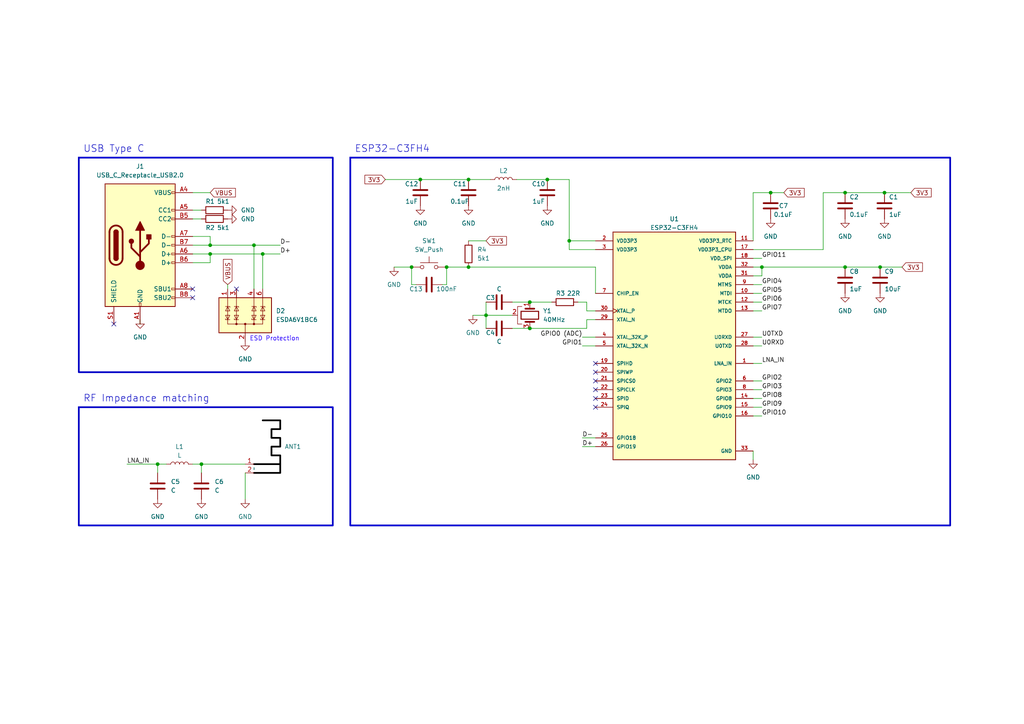
<source format=kicad_sch>
(kicad_sch (version 20230121) (generator eeschema)
  (paper "A4")
  (title_block (title "Microcontroller") (company "Jean-Christophe Gauthier"))
  (lib_symbols
    (symbol "Analog_Macropad_v02:2.6_GHz_Antenna"
      (property "Reference" "ANT" (at 0 5.08 0))
      (symbol "2.6_GHz_Antenna_1_1"
        (polyline (pts (xy -1.27 -3.81) (xy -1.27 3.81) (xy 1.27 3.81) (xy 1.27 -3.81) (xy 1.27 3.81) (xy 3.81 3.81) (xy 3.81 1.27) (xy 6.35 1.27) (xy 6.35 3.81) (xy 8.89 3.81) (xy 8.89 1.27) (xy 11.43 1.27) (xy 11.43 3.81) (xy 13.97 3.81) (xy 13.97 -1.27)) (stroke (width 0.5) (color 0 0 0 1)))
        (pin input line (at 1.27 -6.35 90) (length 2.54) (name "") (number "1"))
        (pin input line (at -1.27 -6.35 90) (length 2.54) (name "") (number "2"))
      )
    )
    (symbol "Analog_Macropad_v02:ESP32-C3FH4" (pin_names (offset 1.016))
      (property "Reference" "U" (at -17.78 33.782 0))
      (property "Value" "ESP32-C3FH4" (at -17.78 -33.782 0))
      (symbol "ESP32-C3FH4_0_0"
        (rectangle (start -17.78 33.02) (end 17.78 -33.02) (stroke (width 0.254)) (fill (type background)))
        (pin bidirectional line (at 22.86 -5.08 180) (length 5.08) (name "LNA_IN") (number "1"))
        (pin bidirectional line (at 22.86 15.24 180) (length 5.08) (name "MTDI") (number "10"))
        (pin power_in line (at 22.86 30.48 180) (length 5.08) (name "VDD3P3_RTC") (number "11"))
        (pin bidirectional line (at 22.86 12.7 180) (length 5.08) (name "MTCK") (number "12"))
        (pin bidirectional line (at 22.86 10.16 180) (length 5.08) (name "MTDO") (number "13"))
        (pin bidirectional line (at 22.86 -15.24 180) (length 5.08) (name "GPIO8") (number "14"))
        (pin bidirectional line (at 22.86 -17.78 180) (length 5.08) (name "GPIO9") (number "15"))
        (pin bidirectional line (at 22.86 -20.32 180) (length 5.08) (name "GPIO10") (number "16"))
        (pin power_in line (at 22.86 27.94 180) (length 5.08) (name "VDD3P3_CPU") (number "17"))
        (pin power_in line (at 22.86 25.4 180) (length 5.08) (name "VDD_SPI") (number "18"))
        (pin bidirectional line (at -22.86 -5.08 0) (length 5.08) (name "SPIHD") (number "19"))
        (pin power_in line (at -22.86 30.48 0) (length 5.08) (name "VDD3P3") (number "2"))
        (pin bidirectional line (at -22.86 -7.62 0) (length 5.08) (name "SPIWP") (number "20"))
        (pin bidirectional line (at -22.86 -10.16 0) (length 5.08) (name "SPICS0") (number "21"))
        (pin bidirectional line (at -22.86 -12.7 0) (length 5.08) (name "SPICLK") (number "22"))
        (pin bidirectional line (at -22.86 -15.24 0) (length 5.08) (name "SPID") (number "23"))
        (pin bidirectional line (at -22.86 -17.78 0) (length 5.08) (name "SPIQ") (number "24"))
        (pin bidirectional line (at -22.86 -26.67 0) (length 5.08) (name "GPIO18") (number "25"))
        (pin bidirectional line (at -22.86 -29.21 0) (length 5.08) (name "GPIO19") (number "26"))
        (pin bidirectional line (at 22.86 2.54 180) (length 5.08) (name "U0RXD") (number "27"))
        (pin bidirectional line (at 22.86 0 180) (length 5.08) (name "U0TXD") (number "28"))
        (pin output line (at -22.86 7.62 0) (length 5.08) (name "XTAL_N") (number "29"))
        (pin power_in line (at -22.86 27.94 0) (length 5.08) (name "VDD3P3") (number "3"))
        (pin input clock (at -22.86 10.16 0) (length 5.08) (name "XTAL_P") (number "30"))
        (pin power_in line (at 22.86 20.32 180) (length 5.08) (name "VDDA") (number "31"))
        (pin power_in line (at 22.86 22.86 180) (length 5.08) (name "VDDA") (number "32"))
        (pin power_in line (at 22.86 -30.48 180) (length 5.08) (name "GND") (number "33"))
        (pin bidirectional line (at -22.86 2.54 0) (length 5.08) (name "XTAL_32K_P") (number "4"))
        (pin bidirectional line (at -22.86 0 0) (length 5.08) (name "XTAL_32K_N") (number "5"))
        (pin bidirectional line (at 22.86 -10.16 180) (length 5.08) (name "GPIO2") (number "6"))
        (pin input line (at -22.86 15.24 0) (length 5.08) (name "CHIP_EN") (number "7"))
        (pin bidirectional line (at 22.86 -12.7 180) (length 5.08) (name "GPIO3") (number "8"))
        (pin bidirectional line (at 22.86 17.78 180) (length 5.08) (name "MTMS") (number "9"))
      )
    )
    (symbol "Connector:USB_C_Receptacle_USB2.0" (pin_names (offset 1.016))
      (property "Reference" "J" (at -10.16 19.05 0))
      (property "Value" "USB_C_Receptacle_USB2.0" (at 19.05 19.05 0))
      (symbol "USB_C_Receptacle_USB2.0_0_0"
        (rectangle (start -0.254 -17.78) (end 0.254 -16.764))
        (rectangle (start 10.16 -14.986) (end 9.144 -15.494))
        (rectangle (start 10.16 -12.446) (end 9.144 -12.954))
        (rectangle (start 10.16 -4.826) (end 9.144 -5.334))
        (rectangle (start 10.16 -2.286) (end 9.144 -2.794))
        (rectangle (start 10.16 0.254) (end 9.144 -0.254))
        (rectangle (start 10.16 2.794) (end 9.144 2.286))
        (rectangle (start 10.16 7.874) (end 9.144 7.366))
        (rectangle (start 10.16 10.414) (end 9.144 9.906))
        (rectangle (start 10.16 15.494) (end 9.144 14.986))
      )
      (symbol "USB_C_Receptacle_USB2.0_0_1"
        (rectangle (start -10.16 17.78) (end 10.16 -17.78) (stroke (width 0.254)) (fill (type background)))
        (arc (start -8.89 -3.81) (mid -6.985 -5.7067) (end -5.08 -3.81) (stroke (width 0.508)))
        (arc (start -7.62 -3.81) (mid -6.985 -4.4423) (end -6.35 -3.81) (stroke (width 0.254)))
        (arc (start -7.62 -3.81) (mid -6.985 -4.4423) (end -6.35 -3.81) (stroke (width 0.254)) (fill (type outline)))
        (rectangle (start -7.62 -3.81) (end -6.35 3.81) (stroke (width 0.254)) (fill (type outline)))
        (arc (start -6.35 3.81) (mid -6.985 4.4423) (end -7.62 3.81) (stroke (width 0.254)))
        (arc (start -6.35 3.81) (mid -6.985 4.4423) (end -7.62 3.81) (stroke (width 0.254)) (fill (type outline)))
        (arc (start -5.08 3.81) (mid -6.985 5.7067) (end -8.89 3.81) (stroke (width 0.508)))
        (circle (center -2.54 1.143) (radius 0.635) (stroke (width 0.254)) (fill (type outline)))
        (circle (center 0 -5.842) (radius 1.27) (fill (type outline)))
        (polyline (pts (xy -8.89 -3.81) (xy -8.89 3.81)) (stroke (width 0.508)))
        (polyline (pts (xy -5.08 3.81) (xy -5.08 -3.81)) (stroke (width 0.508)))
        (polyline (pts (xy 0 -5.842) (xy 0 4.318)) (stroke (width 0.508)))
        (polyline (pts (xy 0 -3.302) (xy -2.54 -0.762) (xy -2.54 0.508)) (stroke (width 0.508)))
        (polyline (pts (xy 0 -2.032) (xy 2.54 0.508) (xy 2.54 1.778)) (stroke (width 0.508)))
        (polyline (pts (xy -1.27 4.318) (xy 0 6.858) (xy 1.27 4.318) (xy -1.27 4.318)) (stroke (width 0.254)) (fill (type outline)))
        (rectangle (start 1.905 1.778) (end 3.175 3.048) (stroke (width 0.254)) (fill (type outline)))
      )
      (symbol "USB_C_Receptacle_USB2.0_1_1"
        (pin passive line (at 0 -22.86 90) (length 5.08) (name "GND") (number "A1"))
        (pin passive line (at 0 -22.86 90) (length 5.08) hide (name "GND") (number "A12"))
        (pin passive line (at 15.24 15.24 180) (length 5.08) (name "VBUS") (number "A4"))
        (pin bidirectional line (at 15.24 10.16 180) (length 5.08) (name "CC1") (number "A5"))
        (pin bidirectional line (at 15.24 -2.54 180) (length 5.08) (name "D+") (number "A6"))
        (pin bidirectional line (at 15.24 2.54 180) (length 5.08) (name "D-") (number "A7"))
        (pin bidirectional line (at 15.24 -12.7 180) (length 5.08) (name "SBU1") (number "A8"))
        (pin passive line (at 15.24 15.24 180) (length 5.08) hide (name "VBUS") (number "A9"))
        (pin passive line (at 0 -22.86 90) (length 5.08) hide (name "GND") (number "B1"))
        (pin passive line (at 0 -22.86 90) (length 5.08) hide (name "GND") (number "B12"))
        (pin passive line (at 15.24 15.24 180) (length 5.08) hide (name "VBUS") (number "B4"))
        (pin bidirectional line (at 15.24 7.62 180) (length 5.08) (name "CC2") (number "B5"))
        (pin bidirectional line (at 15.24 -5.08 180) (length 5.08) (name "D+") (number "B6"))
        (pin bidirectional line (at 15.24 0 180) (length 5.08) (name "D-") (number "B7"))
        (pin bidirectional line (at 15.24 -15.24 180) (length 5.08) (name "SBU2") (number "B8"))
        (pin passive line (at 15.24 15.24 180) (length 5.08) hide (name "VBUS") (number "B9"))
        (pin passive line (at -7.62 -22.86 90) (length 5.08) (name "SHIELD") (number "S1"))
      )
    )
    (symbol "Device:C" (pin_numbers hide) (pin_names (offset 0.254))
      (property "Reference" "C" (at 0.635 2.54 0))
      (property "Value" "C" (at 0.635 -2.54 0))
      (symbol "C_0_1"
        (polyline (pts (xy -2.032 -0.762) (xy 2.032 -0.762)) (stroke (width 0.508)))
        (polyline (pts (xy -2.032 0.762) (xy 2.032 0.762)) (stroke (width 0.508)))
      )
      (symbol "C_1_1"
        (pin passive line (at 0 3.81 270) (length 2.794) (name "~") (number "1"))
        (pin passive line (at 0 -3.81 90) (length 2.794) (name "~") (number "2"))
      )
    )
    (symbol "Device:Crystal_GND2" (pin_names (offset 1.016) hide)
      (property "Reference" "Y" (at 0 5.715 0))
      (property "Value" "Crystal_GND2" (at 0 3.81 0))
      (symbol "Crystal_GND2_0_1"
        (rectangle (start -1.143 2.54) (end 1.143 -2.54) (stroke (width 0.3048)))
        (polyline (pts (xy -2.54 0) (xy -1.905 0)))
        (polyline (pts (xy -1.905 -1.27) (xy -1.905 1.27)) (stroke (width 0.508)))
        (polyline (pts (xy 0 -3.81) (xy 0 -3.556)))
        (polyline (pts (xy 1.905 0) (xy 2.54 0)))
        (polyline (pts (xy 1.905 1.27) (xy 1.905 -1.27)) (stroke (width 0.508)))
        (polyline (pts (xy -2.54 -2.286) (xy -2.54 -3.556) (xy 2.54 -3.556) (xy 2.54 -2.286)))
      )
      (symbol "Crystal_GND2_1_1"
        (pin passive line (at -3.81 0 0) (length 1.27) (name "1") (number "1"))
        (pin passive line (at 0 -5.08 90) (length 1.27) (name "2") (number "2"))
        (pin passive line (at 3.81 0 180) (length 1.27) (name "3") (number "3"))
      )
    )
    (symbol "Device:L" (pin_numbers hide) (pin_names (offset 1.016) hide)
      (property "Reference" "L" (at -1.27 0 90))
      (property "Value" "L" (at 1.905 0 90))
      (symbol "L_0_1"
        (arc (start 0 -2.54) (mid 0.6323 -1.905) (end 0 -1.27))
        (arc (start 0 -1.27) (mid 0.6323 -0.635) (end 0 0))
        (arc (start 0 0) (mid 0.6323 0.635) (end 0 1.27))
        (arc (start 0 1.27) (mid 0.6323 1.905) (end 0 2.54))
      )
      (symbol "L_1_1"
        (pin passive line (at 0 3.81 270) (length 1.27) (name "1") (number "1"))
        (pin passive line (at 0 -3.81 90) (length 1.27) (name "2") (number "2"))
      )
    )
    (symbol "Device:R" (pin_numbers hide) (pin_names (offset 0))
      (property "Reference" "R" (at 2.032 0 90))
      (property "Value" "R" (at 0 0 90))
      (symbol "R_0_1"
        (rectangle (start -1.016 -2.54) (end 1.016 2.54) (stroke (width 0.254)))
      )
      (symbol "R_1_1"
        (pin passive line (at 0 3.81 270) (length 1.27) (name "~") (number "1"))
        (pin passive line (at 0 -3.81 90) (length 1.27) (name "~") (number "2"))
      )
    )
    (symbol "Power_Protection:ESDA6V1BC6" (pin_names hide)
      (property "Reference" "D" (at -2.54 -6.35 0))
      (property "Value" "ESDA6V1BC6" (at 1.27 -6.35 0))
      (symbol "ESDA6V1BC6_0_0"
        (pin passive line (at 0 -7.62 90) (length 2.54) (name "COM") (number "2"))
      )
      (symbol "ESDA6V1BC6_0_1"
        (rectangle (start -7.62 5.08) (end 7.62 -5.08) (stroke (width 0.254)) (fill (type background)))
        (circle (center -2.54 -2.54) (radius 0.254) (fill (type outline)))
        (circle (center 0 -2.54) (radius 0.254) (fill (type outline)))
        (polyline (pts (xy -5.08 -2.54) (xy -5.08 -1.27)))
        (polyline (pts (xy -5.08 -2.54) (xy 5.08 -2.54)))
        (polyline (pts (xy -5.08 2.54) (xy -5.08 -1.27)))
        (polyline (pts (xy -5.08 5.08) (xy -5.08 2.54)))
        (polyline (pts (xy -2.54 -2.54) (xy -2.54 -1.27)))
        (polyline (pts (xy -2.54 2.54) (xy -2.54 -1.27)))
        (polyline (pts (xy -2.54 5.08) (xy -2.54 2.54)))
        (polyline (pts (xy 0 -2.54) (xy 0 -5.08)))
        (polyline (pts (xy 2.54 -2.54) (xy 2.54 -1.27)))
        (polyline (pts (xy 2.54 2.54) (xy 2.54 -1.27)))
        (polyline (pts (xy 2.54 5.08) (xy 2.54 2.54)))
        (polyline (pts (xy 5.08 -2.54) (xy 5.08 -1.27)))
        (polyline (pts (xy 5.08 2.54) (xy 5.08 -1.27)))
        (polyline (pts (xy 5.08 5.08) (xy 5.08 2.54)))
        (polyline (pts (xy -5.715 -1.016) (xy -5.715 -1.27) (xy -4.445 -1.27)))
        (polyline (pts (xy -5.715 2.54) (xy -4.445 2.54) (xy -4.445 2.286)))
        (polyline (pts (xy -3.175 -1.016) (xy -3.175 -1.27) (xy -1.905 -1.27)))
        (polyline (pts (xy -3.175 2.54) (xy -1.905 2.54) (xy -1.905 2.286)))
        (polyline (pts (xy 1.905 -1.016) (xy 1.905 -1.27) (xy 3.175 -1.27)))
        (polyline (pts (xy 1.905 2.54) (xy 3.175 2.54) (xy 3.175 2.286)))
        (polyline (pts (xy 4.445 -1.016) (xy 4.445 -1.27) (xy 5.715 -1.27)))
        (polyline (pts (xy 4.445 2.54) (xy 5.715 2.54) (xy 5.715 2.286)))
        (polyline (pts (xy -5.08 -1.27) (xy -5.715 0) (xy -4.445 0) (xy -5.08 -1.27)))
        (polyline (pts (xy -5.08 2.54) (xy -4.445 1.27) (xy -5.715 1.27) (xy -5.08 2.54)))
        (polyline (pts (xy -2.54 -1.27) (xy -3.175 0) (xy -1.905 0) (xy -2.54 -1.27)))
        (polyline (pts (xy -2.54 2.54) (xy -1.905 1.27) (xy -3.175 1.27) (xy -2.54 2.54)))
        (polyline (pts (xy 2.54 -1.27) (xy 1.905 0) (xy 3.175 0) (xy 2.54 -1.27)))
        (polyline (pts (xy 2.54 2.54) (xy 3.175 1.27) (xy 1.905 1.27) (xy 2.54 2.54)))
        (polyline (pts (xy 5.08 -1.27) (xy 4.445 0) (xy 5.715 0) (xy 5.08 -1.27)))
        (polyline (pts (xy 5.08 2.54) (xy 5.715 1.27) (xy 4.445 1.27) (xy 5.08 2.54)))
        (circle (center 2.54 -2.54) (radius 0.254) (fill (type outline)))
      )
      (symbol "ESDA6V1BC6_1_1"
        (pin passive line (at -5.08 7.62 270) (length 2.54) (name "TVS1") (number "1"))
        (pin passive line (at -2.54 7.62 270) (length 2.54) (name "TVS2") (number "3"))
        (pin passive line (at 2.54 7.62 270) (length 2.54) (name "TVS3") (number "4"))
        (pin passive line (at 0 -7.62 90) (length 2.54) hide (name "COM") (number "5"))
        (pin passive line (at 5.08 7.62 270) (length 2.54) (name "TVS4") (number "6"))
      )
    )
    (symbol "Switch:SW_Push" (pin_numbers hide) (pin_names (offset 1.016) hide)
      (property "Reference" "SW" (at 1.27 2.54 0))
      (property "Value" "SW_Push" (at 0 -1.524 0))
      (symbol "SW_Push_0_1"
        (circle (center -2.032 0) (radius 0.508))
        (polyline (pts (xy 0 1.27) (xy 0 3.048)))
        (polyline (pts (xy 2.54 1.27) (xy -2.54 1.27)))
        (circle (center 2.032 0) (radius 0.508))
        (pin passive line (at -5.08 0 0) (length 2.54) (name "1") (number "1"))
        (pin passive line (at 5.08 0 180) (length 2.54) (name "2") (number "2"))
      )
    )
    (symbol "power:GND" (power) (pin_names (offset 0))
      (property "Value" "GND" (at 0 -3.81 0))
      (symbol "GND_0_1"
        (polyline (pts (xy 0 0) (xy 0 -1.27) (xy 1.27 -1.27) (xy 0 -2.54) (xy -1.27 -1.27) (xy 0 -1.27)))
      )
      (symbol "GND_1_1"
        (pin power_in line (at 0 0 270) (length 0) hide (name "GND") (number "1"))
      )
    )
  )
  (junction (at 60.96 71.12))
  (junction (at 255.27 77.47))
  (junction (at 245.11 77.47))
  (junction (at 245.11 55.88))
  (junction (at 165.1 69.85))
  (junction (at 129.54 77.47))
  (junction (at 158.75 52.07))
  (junction (at 140.97 91.44))
  (junction (at 121.92 52.07))
  (junction (at 256.54 55.88))
  (junction (at 58.42 134.62))
  (junction (at 45.72 134.62))
  (junction (at 119.38 77.47))
  (junction (at 153.67 87.63))
  (junction (at 73.66 71.12))
  (junction (at 153.67 95.25))
  (junction (at 135.89 77.47))
  (junction (at 220.98 77.47))
  (junction (at 223.52 55.88))
  (junction (at 76.2 73.66))
  (junction (at 135.89 52.07))
  (junction (at 60.96 73.66))
  (no_connect (at 68.58 83.82))
  (no_connect (at 55.88 86.36))
  (no_connect (at 55.88 83.82))
  (no_connect (at 33.02 93.98))
  (no_connect (at 172.72 107.95))
  (no_connect (at 172.72 115.57))
  (no_connect (at 172.72 118.11))
  (no_connect (at 172.72 105.41))
  (no_connect (at 172.72 113.03))
  (no_connect (at 172.72 110.49))
  (wire (pts (xy 172.72 72.39) (xy 165.1 72.39)))
  (wire (pts (xy 45.72 134.62) (xy 45.72 137.16)))
  (wire (pts (xy 165.1 72.39) (xy 165.1 69.85)))
  (wire (pts (xy 218.44 55.88) (xy 223.52 55.88)))
  (wire (pts (xy 71.12 137.16) (xy 71.12 144.78)))
  (wire (pts (xy 170.18 95.25) (xy 153.67 95.25)))
  (wire (pts (xy 165.1 69.85) (xy 165.1 52.07)))
  (wire (pts (xy 170.18 90.17) (xy 170.18 87.63)))
  (wire (pts (xy 245.11 77.47) (xy 255.27 77.47)))
  (wire (pts (xy 160.02 87.63) (xy 153.67 87.63)))
  (wire (pts (xy 168.91 97.79) (xy 172.72 97.79)))
  (wire (pts (xy 218.44 55.88) (xy 218.44 69.85)))
  (wire (pts (xy 218.44 115.57) (xy 220.98 115.57)))
  (wire (pts (xy 170.18 92.71) (xy 170.18 95.25)))
  (wire (pts (xy 245.11 55.88) (xy 256.54 55.88)))
  (wire (pts (xy 170.18 92.71) (xy 172.72 92.71)))
  (wire (pts (xy 140.97 69.85) (xy 135.89 69.85)))
  (wire (pts (xy 121.92 52.07) (xy 135.89 52.07)))
  (wire (pts (xy 218.44 120.65) (xy 220.98 120.65)))
  (wire (pts (xy 238.76 55.88) (xy 245.11 55.88)))
  (wire (pts (xy 165.1 69.85) (xy 172.72 69.85)))
  (wire (pts (xy 66.04 83.82) (xy 66.04 82.55)))
  (wire (pts (xy 148.59 91.44) (xy 140.97 91.44)))
  (wire (pts (xy 264.16 55.88) (xy 256.54 55.88)))
  (wire (pts (xy 60.96 73.66) (xy 76.2 73.66)))
  (wire (pts (xy 218.44 110.49) (xy 220.98 110.49)))
  (wire (pts (xy 76.2 73.66) (xy 76.2 83.82)))
  (wire (pts (xy 55.88 76.2) (xy 60.96 76.2)))
  (wire (pts (xy 140.97 91.44) (xy 140.97 95.25)))
  (wire (pts (xy 218.44 90.17) (xy 220.98 90.17)))
  (wire (pts (xy 55.88 73.66) (xy 60.96 73.66)))
  (wire (pts (xy 218.44 77.47) (xy 220.98 77.47)))
  (wire (pts (xy 168.91 127) (xy 172.72 127)))
  (wire (pts (xy 218.44 82.55) (xy 220.98 82.55)))
  (wire (pts (xy 55.88 60.96) (xy 58.42 60.96)))
  (wire (pts (xy 135.89 77.47) (xy 172.72 77.47)))
  (wire (pts (xy 58.42 134.62) (xy 58.42 137.16)))
  (wire (pts (xy 111.76 52.07) (xy 121.92 52.07)))
  (wire (pts (xy 137.16 91.44) (xy 140.97 91.44)))
  (wire (pts (xy 218.44 118.11) (xy 220.98 118.11)))
  (wire (pts (xy 168.91 100.33) (xy 172.72 100.33)))
  (wire (pts (xy 223.52 55.88) (xy 227.33 55.88)))
  (wire (pts (xy 129.54 77.47) (xy 135.89 77.47)))
  (wire (pts (xy 140.97 87.63) (xy 140.97 91.44)))
  (wire (pts (xy 55.88 134.62) (xy 58.42 134.62)))
  (wire (pts (xy 168.91 129.54) (xy 172.72 129.54)))
  (wire (pts (xy 135.89 52.07) (xy 142.24 52.07)))
  (wire (pts (xy 73.66 71.12) (xy 73.66 83.82)))
  (wire (pts (xy 220.98 77.47) (xy 245.11 77.47)))
  (wire (pts (xy 55.88 71.12) (xy 60.96 71.12)))
  (wire (pts (xy 172.72 85.09) (xy 172.72 77.47)))
  (wire (pts (xy 148.59 95.25) (xy 153.67 95.25)))
  (wire (pts (xy 120.65 82.55) (xy 119.38 82.55)))
  (wire (pts (xy 165.1 52.07) (xy 158.75 52.07)))
  (wire (pts (xy 238.76 55.88) (xy 238.76 72.39)))
  (wire (pts (xy 48.26 134.62) (xy 45.72 134.62)))
  (wire (pts (xy 218.44 100.33) (xy 220.98 100.33)))
  (wire (pts (xy 218.44 130.81) (xy 218.44 133.35)))
  (wire (pts (xy 149.86 52.07) (xy 158.75 52.07)))
  (wire (pts (xy 40.64 92.71) (xy 40.64 93.98)))
  (wire (pts (xy 218.44 74.93) (xy 220.98 74.93)))
  (wire (pts (xy 218.44 85.09) (xy 220.98 85.09)))
  (wire (pts (xy 218.44 97.79) (xy 220.98 97.79)))
  (wire (pts (xy 238.76 72.39) (xy 218.44 72.39)))
  (wire (pts (xy 218.44 105.41) (xy 220.98 105.41)))
  (wire (pts (xy 220.98 80.01) (xy 220.98 77.47)))
  (wire (pts (xy 60.96 68.58) (xy 60.96 71.12)))
  (wire (pts (xy 55.88 63.5) (xy 58.42 63.5)))
  (wire (pts (xy 55.88 55.88) (xy 60.96 55.88)))
  (wire (pts (xy 218.44 87.63) (xy 220.98 87.63)))
  (wire (pts (xy 36.83 134.62) (xy 45.72 134.62)))
  (wire (pts (xy 119.38 77.47) (xy 119.38 82.55)))
  (wire (pts (xy 76.2 73.66) (xy 81.28 73.66)))
  (wire (pts (xy 172.72 90.17) (xy 170.18 90.17)))
  (wire (pts (xy 218.44 113.03) (xy 220.98 113.03)))
  (wire (pts (xy 255.27 77.47) (xy 261.62 77.47)))
  (wire (pts (xy 60.96 76.2) (xy 60.96 73.66)))
  (wire (pts (xy 218.44 80.01) (xy 220.98 80.01)))
  (wire (pts (xy 114.3 77.47) (xy 119.38 77.47)))
  (wire (pts (xy 60.96 68.58) (xy 55.88 68.58)))
  (wire (pts (xy 60.96 71.12) (xy 73.66 71.12)))
  (wire (pts (xy 128.27 82.55) (xy 129.54 82.55)))
  (wire (pts (xy 58.42 134.62) (xy 71.12 134.62)))
  (wire (pts (xy 73.66 71.12) (xy 81.28 71.12)))
  (wire (pts (xy 170.18 87.63) (xy 167.64 87.63)))
  (wire (pts (xy 148.59 87.63) (xy 153.67 87.63)))
  (wire (pts (xy 129.54 77.47) (xy 129.54 82.55)))
  (rectangle (start 101.6 45.72) (end 275.59 152.4) (stroke (width 0.5)))
  (rectangle (start 22.86 45.72) (end 96.52 107.95) (stroke (width 0.5)))
  (rectangle (start 22.86 118.11) (end 96.52 152.4) (stroke (width 0.5)))
  (text "ESP32-C3FH4" (at 102.87 44.45 0) (effects (font (size 2 2)) (justify left bottom)))
  (text "ESD Protection\n" (at 72.39 99.06 0) (effects (font (size 1.27 1.27)) (justify left bottom)))
  (text "RF Impedance matching" (at 24.13 116.84 0) (effects (font (size 2 2)) (justify left bottom)))
  (text "USB Type C " (at 24.13 44.45 0) (effects (font (size 2 2)) (justify left bottom)))
  (label "LNA_IN" (at 220.98 105.41 0))
  (label "GPIO1" (at 168.91 100.33 180))
  (label "GPIO11" (at 220.98 74.93 0))
  (label "D-" (at 168.91 127 0))
  (label "D+" (at 168.91 129.54 0))
  (label "GPIO7" (at 220.98 90.17 0))
  (label "GPIO10" (at 220.98 120.65 0))
  (label "GPIO4" (at 220.98 82.55 0))
  (label "GPIO3" (at 220.98 113.03 0))
  (label "D+" (at 81.28 73.66 0))
  (label "U0TXD" (at 220.98 97.79 0))
  (label "U0RXD" (at 220.98 100.33 0))
  (label "GPIO9" (at 220.98 118.11 0))
  (label "GPIO6" (at 220.98 87.63 0))
  (label "GPIO0 (ADC)" (at 168.91 97.79 180))
  (label "D-" (at 81.28 71.12 0))
  (label "GPIO8" (at 220.98 115.57 0))
  (label "GPIO2" (at 220.98 110.49 0))
  (label "LNA_IN" (at 36.83 134.62 0))
  (label "GPIO5" (at 220.98 85.09 0))
  (global_label "3V3" (shape input) (at 140.97 69.85 0) (property "Intersheetrefs" "${INTERSHEET_REFS}" (effects hide)))
  (global_label "3V3" (shape input) (at 261.62 77.47 0) (property "Intersheetrefs" "${INTERSHEET_REFS}" (effects hide)))
  (global_label "VBUS" (shape input) (at 66.04 82.55 90) (property "Intersheetrefs" "${INTERSHEET_REFS}" (effects hide)))
  (global_label "3V3" (shape input) (at 111.76 52.07 180) (property "Intersheetrefs" "${INTERSHEET_REFS}" (effects hide)))
  (global_label "3V3" (shape input) (at 264.16 55.88 0) (property "Intersheetrefs" "${INTERSHEET_REFS}" (effects hide)))
  (global_label "VBUS" (shape input) (at 60.96 55.88 0) (property "Intersheetrefs" "${INTERSHEET_REFS}" (effects hide)))
  (global_label "3V3" (shape input) (at 227.33 55.88 0) (property "Intersheetrefs" "${INTERSHEET_REFS}" (effects hide)))
  (symbol (lib_id "Device:Crystal_GND2") (at 153.67 91.44 270) (unit 1)
    (property "Reference" "Y1" (at 157.48 90.17 90) (effects (justify left)))
    (property "Value" "40MHz" (at 157.48 92.71 90) (effects (justify left)))
  )
  (symbol (lib_id "power:GND") (at 223.52 63.5 0) (unit 1)
    (property "Reference" "#PWR09" (effects hide))
    (property "Value" "GND" (at 223.52 68.58 0))
  )
  (symbol (lib_id "power:GND") (at 114.3 77.47 0) (unit 1)
    (property "Reference" "#PWR05" (effects hide))
    (property "Value" "GND" (at 114.3 82.55 0))
  )
  (symbol (lib_id "Device:C") (at 255.27 81.28 0) (unit 1)
    (property "Reference" "C9" (at 256.54 78.74 0) (effects (justify left)))
    (property "Value" "10uF" (at 256.54 83.82 0) (effects (justify left)))
  )
  (symbol (lib_id "Device:R") (at 62.23 63.5 90) (unit 1)
    (property "Reference" "R2" (at 60.96 66.04 90))
    (property "Value" "5k1" (at 64.77 66.04 90))
  )
  (symbol (lib_id "Analog_Macropad_v02:2.6_GHz_Antenna") (at 77.47 135.89 270) (mirror x) (unit 1)
    (property "Reference" "ANT1" (at 82.55 129.54 90) (effects (justify left)))
    (property "Value" "~" (at 73.66 135.89 0))
  )
  (symbol (lib_id "power:GND") (at 58.42 144.78 0) (unit 1)
    (property "Reference" "#PWR07" (effects hide))
    (property "Value" "GND" (at 58.42 149.86 0))
  )
  (symbol (lib_id "Device:C") (at 245.11 59.69 0) (unit 1)
    (property "Reference" "C2" (at 246.38 57.15 0) (effects (justify left)))
    (property "Value" "0.1uF" (at 246.38 62.23 0) (effects (justify left)))
  )
  (symbol (lib_id "Switch:SW_Push") (at 124.46 77.47 0) (unit 1)
    (property "Reference" "SW1" (at 124.46 69.85 0))
    (property "Value" "SW_Push" (at 124.46 72.39 0))
  )
  (symbol (lib_id "Device:R") (at 135.89 73.66 0) (unit 1)
    (property "Reference" "R4" (at 138.43 72.39 0) (effects (justify left)))
    (property "Value" "5k1" (at 138.43 74.93 0) (effects (justify left)))
  )
  (symbol (lib_id "Device:C") (at 121.92 55.88 180) (unit 1)
    (property "Reference" "C12" (at 119.38 53.34 0))
    (property "Value" "1uF" (at 119.38 58.42 0))
  )
  (symbol (lib_id "power:GND") (at 45.72 144.78 0) (unit 1)
    (property "Reference" "#PWR08" (effects hide))
    (property "Value" "GND" (at 45.72 149.86 0))
  )
  (symbol (lib_id "power:GND") (at 256.54 63.5 0) (unit 1)
    (property "Reference" "#PWR03" (effects hide))
    (property "Value" "GND" (at 256.54 68.58 0))
  )
  (symbol (lib_id "Device:C") (at 45.72 140.97 0) (unit 1)
    (property "Reference" "C5" (at 49.53 139.7 0) (effects (justify left)))
    (property "Value" "C" (at 49.53 142.24 0) (effects (justify left)))
  )
  (symbol (lib_id "Device:C") (at 245.11 81.28 0) (unit 1)
    (property "Reference" "C8" (at 246.38 78.74 0) (effects (justify left)))
    (property "Value" "1uF" (at 246.38 83.82 0) (effects (justify left)))
  )
  (symbol (lib_id "Analog_Macropad_v02:ESP32-C3FH4") (at 195.58 100.33 0) (unit 1)
    (property "Reference" "U1" (at 195.58 63.5 0))
    (property "Value" "ESP32-C3FH4" (at 195.58 66.04 0))
    (property "Footprint" "ESP32-C3FH4:QFN50P500X500X90-33N" (effects hide))
    (property "MF" "Espressif Systems" (effects hide))
    (property "MAXIMUM_PACKAGE_HEIGHT" "0.9mm" (effects hide))
    (property "Package" "VFQFN-32 Espressif Systems" (effects hide))
    (property "Price" "None" (effects hide))
    (property "Check_prices" "https://www.snapeda.com/parts/ESP32-C3FH4/Espressif+Systems/view-part/?ref=eda" (effects hide))
    (property "STANDARD" "IPC 7351B" (effects hide))
    (property "PARTREV" "V1.0" (effects hide))
    (property "SnapEDA_Link" "https://www.snapeda.com/parts/ESP32-C3FH4/Espressif+Systems/view-part/?ref=snap" (effects hide))
    (property "MP" "ESP32-C3FH4" (effects hide))
    (property "Purchase-URL" "https://www.snapeda.com/api/url_track_click_mouser/?unipart_id=5881917&manufacturer=Espressif Systems&part_name=ESP32-C3FH4&search_term=esp32-c3fh4" (effects hide))
    (property "Description" "\nBluetooth, WiFi 802.11b/g/n, Bluetooth v5.0 Transceiver Module 2.402GHz ~ 2.48GHz Antenna Not Included Surface Mount\n" (effects hide))
    (property "Availability" "In Stock" (effects hide))
    (property "MANUFACTURER" "Espressif" (effects hide))
  )
  (symbol (lib_id "power:GND") (at 245.11 85.09 0) (unit 1)
    (property "Reference" "#PWR010" (effects hide))
    (property "Value" "GND" (at 245.11 90.17 0))
  )
  (symbol (lib_id "Power_Protection:ESDA6V1BC6") (at 71.12 91.44 0) (unit 1)
    (property "Reference" "D2" (at 80.01 90.17 0) (effects (justify left)))
    (property "Value" "ESDA6V1BC6" (at 80.01 92.71 0) (effects (justify left)))
    (property "Footprint" "Package_TO_SOT_SMD:SOT-23-6" (effects hide))
    (property "Datasheet" "http://www.st.com/content/ccc/resource/technical/document/datasheet/21/07/21/e3/a8/df/42/a2/CD00001906.pdf/files/CD00001906.pdf/jcr:content/translations/en.CD00001906.pdf" (effects hide))
  )
  (symbol (lib_id "power:GND") (at 158.75 59.69 0) (unit 1)
    (property "Reference" "#PWR018" (effects hide))
    (property "Value" "GND" (at 158.75 64.77 0))
  )
  (symbol (lib_id "Device:C") (at 144.78 87.63 90) (unit 1)
    (property "Reference" "C3" (at 142.24 86.36 90))
    (property "Value" "C" (at 144.78 83.82 90))
  )
  (symbol (lib_id "power:GND") (at 255.27 85.09 0) (unit 1)
    (property "Reference" "#PWR011" (effects hide))
    (property "Value" "GND" (at 255.27 90.17 0))
  )
  (symbol (lib_id "power:GND") (at 121.92 59.69 0) (unit 1)
    (property "Reference" "#PWR016" (effects hide))
    (property "Value" "GND" (at 121.92 64.77 0))
  )
  (symbol (lib_id "Device:C") (at 124.46 82.55 90) (unit 1)
    (property "Reference" "C13" (at 120.65 83.82 90))
    (property "Value" "100nF" (at 129.54 83.82 90))
  )
  (symbol (lib_id "power:GND") (at 66.04 60.96 90) (unit 1)
    (property "Reference" "#PWR013" (effects hide))
    (property "Value" "GND" (at 69.85 60.96 90) (effects (justify right)))
  )
  (symbol (lib_id "power:GND") (at 245.11 63.5 0) (unit 1)
    (property "Reference" "#PWR02" (effects hide))
    (property "Value" "GND" (at 245.11 68.58 0))
  )
  (symbol (lib_id "power:GND") (at 71.12 99.06 0) (unit 1)
    (property "Reference" "#PWR015" (effects hide))
    (property "Value" "GND" (at 71.12 104.14 0))
  )
  (symbol (lib_id "power:GND") (at 40.64 92.71 0) (unit 1)
    (property "Reference" "#PWR012" (effects hide))
    (property "Value" "GND" (at 40.64 97.79 0))
  )
  (symbol (lib_id "power:GND") (at 71.12 144.78 0) (unit 1)
    (property "Reference" "#PWR06" (effects hide))
    (property "Value" "GND" (at 71.12 149.86 0))
  )
  (symbol (lib_id "Device:C") (at 58.42 140.97 0) (unit 1)
    (property "Reference" "C6" (at 62.23 139.7 0) (effects (justify left)))
    (property "Value" "C" (at 62.23 142.24 0) (effects (justify left)))
  )
  (symbol (lib_id "Device:C") (at 158.75 55.88 180) (unit 1)
    (property "Reference" "C10" (at 156.21 53.34 0))
    (property "Value" "1uF" (at 156.21 58.42 0))
  )
  (symbol (lib_id "Device:R") (at 62.23 60.96 90) (unit 1)
    (property "Reference" "R1" (at 60.96 58.42 90))
    (property "Value" "5k1" (at 64.77 58.42 90))
  )
  (symbol (lib_id "Device:R") (at 163.83 87.63 90) (unit 1)
    (property "Reference" "R3" (at 162.56 85.09 90))
    (property "Value" "22R" (at 166.37 85.09 90))
  )
  (symbol (lib_id "power:GND") (at 218.44 133.35 0) (unit 1)
    (property "Reference" "#PWR01" (effects hide))
    (property "Value" "GND" (at 218.44 138.43 0))
  )
  (symbol (lib_id "Device:C") (at 144.78 95.25 90) (unit 1)
    (property "Reference" "C4" (at 142.24 96.52 90))
    (property "Value" "C" (at 144.78 99.06 90))
  )
  (symbol (lib_id "Device:C") (at 223.52 59.69 180) (unit 1)
    (property "Reference" "C7" (at 228.6 59.69 0) (effects (justify left)))
    (property "Value" "0.1uF" (at 229.87 62.23 0) (effects (justify left)))
  )
  (symbol (lib_id "power:GND") (at 135.89 59.69 0) (unit 1)
    (property "Reference" "#PWR017" (effects hide))
    (property "Value" "GND" (at 135.89 64.77 0))
  )
  (symbol (lib_id "Device:L") (at 52.07 134.62 90) (unit 1)
    (property "Reference" "L1" (at 52.07 129.54 90))
    (property "Value" "L" (at 52.07 132.08 90))
  )
  (symbol (lib_id "power:GND") (at 137.16 91.44 0) (unit 1)
    (property "Reference" "#PWR04" (effects hide))
    (property "Value" "GND" (at 137.16 96.52 0))
  )
  (symbol (lib_id "power:GND") (at 66.04 63.5 90) (unit 1)
    (property "Reference" "#PWR014" (effects hide))
    (property "Value" "GND" (at 69.85 63.5 90) (effects (justify right)))
  )
  (symbol (lib_id "Device:C") (at 135.89 55.88 180) (unit 1)
    (property "Reference" "C11" (at 133.35 53.34 0))
    (property "Value" "0.1uF" (at 133.35 58.42 0))
  )
  (symbol (lib_id "Device:L") (at 146.05 52.07 90) (unit 1)
    (property "Reference" "L2" (at 146.05 49.53 90))
    (property "Value" "2nH" (at 146.05 54.61 90))
  )
  (symbol (lib_id "Device:C") (at 256.54 59.69 0) (unit 1)
    (property "Reference" "C1" (at 257.81 57.15 0) (effects (justify left)))
    (property "Value" "1uF" (at 257.81 62.23 0) (effects (justify left)))
  )
  (symbol (lib_id "Connector:USB_C_Receptacle_USB2.0") (at 40.64 71.12 0) (unit 1)
    (property "Reference" "J1" (at 40.64 48.26 0))
    (property "Value" "USB_C_Receptacle_USB2.0" (at 40.64 50.8 0))
    (property "Datasheet" "https://www.usb.org/sites/default/files/documents/usb_type-c.zip" (effects hide))
  )
)
</source>
